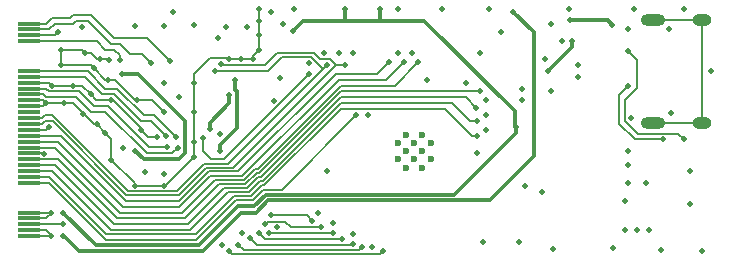
<source format=gbr>
%TF.GenerationSoftware,KiCad,Pcbnew,8.0.1*%
%TF.CreationDate,2024-04-21T19:45:24+02:00*%
%TF.ProjectId,Hypersonic_pcb,48797065-7273-46f6-9e69-635f7063622e,rev?*%
%TF.SameCoordinates,Original*%
%TF.FileFunction,Copper,L4,Bot*%
%TF.FilePolarity,Positive*%
%FSLAX46Y46*%
G04 Gerber Fmt 4.6, Leading zero omitted, Abs format (unit mm)*
G04 Created by KiCad (PCBNEW 8.0.1) date 2024-04-21 19:45:24*
%MOMM*%
%LPD*%
G01*
G04 APERTURE LIST*
%TA.AperFunction,HeatsinkPad*%
%ADD10C,0.600000*%
%TD*%
%TA.AperFunction,ComponentPad*%
%ADD11O,2.100000X1.000000*%
%TD*%
%TA.AperFunction,ComponentPad*%
%ADD12O,1.600000X1.000000*%
%TD*%
%TA.AperFunction,SMDPad,CuDef*%
%ADD13R,1.950000X0.350000*%
%TD*%
%TA.AperFunction,ViaPad*%
%ADD14C,0.500000*%
%TD*%
%TA.AperFunction,Conductor*%
%ADD15C,0.150000*%
%TD*%
%TA.AperFunction,Conductor*%
%ADD16C,0.300000*%
%TD*%
G04 APERTURE END LIST*
D10*
%TO.P,U1,41,GND*%
%TO.N,GND*%
X125545606Y-94500000D03*
X125545606Y-93100000D03*
X124845606Y-95200000D03*
X124845606Y-93800000D03*
X124845606Y-92400000D03*
X124145606Y-94500000D03*
X124145606Y-93100000D03*
X123445606Y-95200000D03*
X123445606Y-93800000D03*
X123445606Y-92400000D03*
X122745606Y-94500000D03*
X122745606Y-93100000D03*
%TD*%
D11*
%TO.P,J1,S1,SHIELD*%
%TO.N,Net-(J1-SHIELD)*%
X144370000Y-91380000D03*
D12*
X148550000Y-91380000D03*
D11*
X144370000Y-82740000D03*
D12*
X148550000Y-82740000D03*
%TD*%
D13*
%TO.P,J2,2,GND*%
%TO.N,GND*%
X91525000Y-101000000D03*
%TO.P,J2,4,GND*%
X91525000Y-100500000D03*
%TO.P,J2,6,GND*%
X91525000Y-100000000D03*
%TO.P,J2,8,GND*%
X91525000Y-99500000D03*
%TO.P,J2,10,GND*%
X91525000Y-99000000D03*
%TO.P,J2,20,GPIOD0*%
%TO.N,/IO14*%
X91525000Y-96500000D03*
%TO.P,J2,22,GPIOD1*%
%TO.N,/IO15*%
X91525000Y-96000000D03*
%TO.P,J2,24,GPIOD2*%
%TO.N,/IO16*%
X91525000Y-95500000D03*
%TO.P,J2,26,GPIOD3*%
%TO.N,/IO17*%
X91525000Y-95000000D03*
%TO.P,J2,28,GPIOD4*%
%TO.N,/IO18*%
X91525000Y-94500000D03*
%TO.P,J2,30,GND*%
%TO.N,GND*%
X91525000Y-94000000D03*
%TO.P,J2,32,SPI_MOSI*%
%TO.N,/SPI_MOSI*%
X91525000Y-93500000D03*
%TO.P,J2,34,SPI_CLK*%
%TO.N,/SPI_CLK*%
X91525000Y-93000000D03*
%TO.P,J2,36,SPI_MISO*%
%TO.N,/SPI_MISO*%
X91525000Y-92500000D03*
%TO.P,J2,38,GND*%
%TO.N,GND*%
X91525000Y-92000000D03*
%TO.P,J2,40,I2C_SDA*%
%TO.N,/I2C_SDA*%
X91525000Y-91500000D03*
%TO.P,J2,42,I2C_SCL*%
%TO.N,/I2C_SCL*%
X91525000Y-91000000D03*
%TO.P,J2,44,NC*%
%TO.N,unconnected-(J2-NC-Pad44)*%
X91525000Y-90500000D03*
%TO.P,J2,46,GND*%
%TO.N,GND*%
X91525000Y-90000000D03*
%TO.P,J2,48,GND*%
X91525000Y-89500000D03*
%TO.P,J2,50,A_OUT_R-*%
%TO.N,/RIGHT_LO-*%
X91525000Y-89000000D03*
%TO.P,J2,52,A_OUT_R+*%
%TO.N,/RIGHT_LO+*%
X91525000Y-88500000D03*
%TO.P,J2,54,GND*%
%TO.N,GND*%
X91525000Y-88000000D03*
%TO.P,J2,56,A_OUT_L+*%
%TO.N,/LEFT_LO+*%
X91525000Y-87500000D03*
%TO.P,J2,58,A_OUT_L-*%
%TO.N,/LEFT_LO-*%
X91525000Y-87000000D03*
%TO.P,J2,68,A_IN2_R*%
%TO.N,/MIC2R*%
X91525000Y-84500000D03*
%TO.P,J2,70,GND*%
%TO.N,GND*%
X91525000Y-84000000D03*
%TO.P,J2,72,MICBIAS*%
%TO.N,/MICBIAS*%
X91525000Y-83500000D03*
%TO.P,J2,74,A_IN2_L*%
%TO.N,/MIC2L*%
X91525000Y-83000000D03*
%TD*%
D14*
%TO.N,/VBUS*%
X137298800Y-82720664D03*
X140918749Y-83081251D03*
%TO.N,GND*%
X110500000Y-86000000D03*
X94434431Y-100001735D03*
X145900000Y-90600000D03*
X142250000Y-83500000D03*
X105500000Y-93012500D03*
X141000000Y-102000000D03*
X102362500Y-92564479D03*
X94500000Y-89750000D03*
X143000000Y-100500000D03*
X96000000Y-83299999D03*
X112745604Y-87604681D03*
X142250000Y-93750000D03*
X130250000Y-92000000D03*
X94250000Y-85250000D03*
X135875000Y-102125000D03*
X93000000Y-89750000D03*
X96750000Y-89000000D03*
X110000000Y-83250000D03*
X129500000Y-94000000D03*
X142000000Y-98000000D03*
X147500000Y-95500000D03*
X129750000Y-85500000D03*
X143750000Y-96500000D03*
X103000000Y-96725000D03*
X99500000Y-93500000D03*
X111000000Y-81750000D03*
X108493750Y-86006250D03*
X130250000Y-89500000D03*
X128500000Y-88000000D03*
X133000000Y-101500000D03*
X98340765Y-86108937D03*
X122750000Y-85500000D03*
X107664124Y-92348376D03*
X100662902Y-89459458D03*
X112000000Y-82000000D03*
X133250000Y-88500000D03*
X135750000Y-83000000D03*
X118975013Y-100800036D03*
X94000000Y-83750000D03*
X109604394Y-100700000D03*
X138000000Y-86500000D03*
X111000000Y-82750000D03*
X97000000Y-86750000D03*
X95250000Y-88250000D03*
X100500000Y-96725000D03*
X115243185Y-86329635D03*
X93250000Y-91750000D03*
X138000000Y-87500000D03*
X98250000Y-87750000D03*
X103000000Y-88012500D03*
X122750000Y-81750000D03*
X98000000Y-92250000D03*
X111000000Y-85250000D03*
X98500000Y-94512500D03*
X125250000Y-87750000D03*
X105500000Y-90512500D03*
X93434431Y-101001735D03*
X116000000Y-99000000D03*
X147500000Y-98250000D03*
X93434431Y-99001735D03*
X114000000Y-81750000D03*
X148500000Y-102250000D03*
X142750000Y-81750000D03*
X100500000Y-83225000D03*
X145750000Y-83500000D03*
X111000000Y-84000000D03*
X120250000Y-90750000D03*
X117303165Y-99895966D03*
X130000000Y-101500000D03*
X97500000Y-86000000D03*
X107500000Y-84250000D03*
X112289124Y-89539124D03*
X136615979Y-84456840D03*
X149250000Y-87000000D03*
X92763689Y-94024218D03*
X135000000Y-97250000D03*
X94250000Y-86500000D03*
X142250000Y-96500000D03*
X97250000Y-91500000D03*
X98500000Y-89460508D03*
X103000000Y-90512500D03*
X104200000Y-89212500D03*
X119000000Y-85500000D03*
X96125000Y-90625000D03*
X142250000Y-95000000D03*
X93500000Y-88250000D03*
X105500000Y-88012500D03*
X117750000Y-85500000D03*
X101339637Y-95563196D03*
X137250000Y-81750000D03*
X113000000Y-83000000D03*
X142500000Y-91000000D03*
X131500000Y-83750000D03*
X124000000Y-85500000D03*
X105500000Y-94262500D03*
X142000000Y-100500000D03*
X147000000Y-81750000D03*
X103000000Y-95750000D03*
X108250000Y-83250000D03*
X133500000Y-96750000D03*
X112500000Y-100250000D03*
X126500000Y-81750000D03*
X101000000Y-92000000D03*
X116500000Y-85500000D03*
X144000000Y-100500000D03*
X96250000Y-85500000D03*
X116750000Y-95500000D03*
X135750000Y-88750000D03*
X107843264Y-101761357D03*
X130250000Y-90750000D03*
X109500000Y-86000000D03*
X103750000Y-82000000D03*
X133250000Y-89500000D03*
X135250000Y-86000000D03*
X103000000Y-83225000D03*
X120579177Y-101914588D03*
X130500000Y-81750000D03*
X105500000Y-83112499D03*
X145000000Y-102135002D03*
%TO.N,Net-(J1-CC1)*%
X142250000Y-88310000D03*
X145250000Y-92810000D03*
%TO.N,Net-(J1-CC2)*%
X142250000Y-85310000D03*
X147000000Y-92810000D03*
%TO.N,+3V3*%
X132750000Y-91750000D03*
X121250000Y-81750000D03*
X94434431Y-99001735D03*
X107738459Y-93814740D03*
X113875000Y-83625000D03*
X109000000Y-87750000D03*
X118250000Y-81750000D03*
%TO.N,+1V8*%
X106869059Y-91893441D03*
X108500000Y-89012500D03*
%TO.N,/RIGHT_LO+*%
X103205952Y-93422899D03*
%TO.N,/LEFT_LO+*%
X103163550Y-92535487D03*
%TO.N,/LEFT_LO-*%
X103975000Y-92612500D03*
%TO.N,/MICBIAS*%
X101837500Y-86350000D03*
%TO.N,/RIGHT_LO-*%
X104111536Y-93565248D03*
%TO.N,/I2C_SDA*%
X118250000Y-86500000D03*
X107779529Y-86397781D03*
%TO.N,/I2C_SCL*%
X107250000Y-87000000D03*
X116750000Y-86500000D03*
%TO.N,/CODEC_EN*%
X106300000Y-92712500D03*
X115250000Y-87250000D03*
%TO.N,A3V0*%
X100497518Y-93752482D03*
X99389585Y-87286264D03*
%TO.N,VIN*%
X132500000Y-82000000D03*
X94434431Y-101001735D03*
%TO.N,/SPI_MOSI*%
X124500000Y-86250000D03*
%TO.N,/SPI_CLK*%
X123250000Y-86250000D03*
%TO.N,/SPI_MISO*%
X122000000Y-86250000D03*
%TO.N,/IO5*%
X109250000Y-101750000D03*
X119750000Y-101925000D03*
%TO.N,/VBUS_OUT*%
X137500000Y-84500000D03*
X135500000Y-87000000D03*
%TO.N,/IO6*%
X110250000Y-101175000D03*
X119000000Y-101625000D03*
%TO.N,/IO7*%
X118000000Y-101250000D03*
X111000000Y-100750000D03*
%TO.N,/IO9*%
X116250000Y-100250000D03*
X111546752Y-99953248D03*
%TO.N,/IO8*%
X117250000Y-100750000D03*
X111842738Y-100747728D03*
%TO.N,/IO10*%
X115500000Y-99675000D03*
X112035249Y-99250000D03*
%TO.N,/IO18*%
X129750000Y-88750000D03*
%TO.N,/IO17*%
X129375000Y-90125000D03*
%TO.N,/IO16*%
X129500000Y-91250000D03*
%TO.N,/IO14*%
X119250000Y-90750000D03*
%TO.N,/IO15*%
X129500000Y-92500000D03*
%TO.N,/IO4*%
X108500000Y-102250000D03*
X121500000Y-102249994D03*
%TO.N,/MIC2L*%
X103475000Y-86177943D03*
%TO.N,/MIC2R*%
X99200000Y-86087500D03*
%TD*%
D15*
%TO.N,/IO9*%
X113680200Y-100250000D02*
X116250000Y-100250000D01*
X113205200Y-99775000D02*
X113680200Y-100250000D01*
X111725000Y-99775000D02*
X113205200Y-99775000D01*
X111546752Y-99953248D02*
X111725000Y-99775000D01*
%TO.N,/IO8*%
X111845010Y-100750000D02*
X117250000Y-100750000D01*
X111842738Y-100747728D02*
X111845010Y-100750000D01*
%TO.N,GND*%
X106838327Y-85911673D02*
X105500000Y-87250000D01*
X105500000Y-87250000D02*
X105500000Y-88012500D01*
X108399173Y-85911673D02*
X106838327Y-85911673D01*
X108493750Y-86006250D02*
X108399173Y-85911673D01*
%TO.N,/I2C_SDA*%
X116172281Y-85975000D02*
X116975000Y-85975000D01*
X116975000Y-85975000D02*
X117500000Y-86500000D01*
X112500000Y-85500000D02*
X115697281Y-85500000D01*
X107779529Y-86397781D02*
X107881748Y-86500000D01*
X111500000Y-86500000D02*
X112500000Y-85500000D01*
X115697281Y-85500000D02*
X116172281Y-85975000D01*
X107881748Y-86500000D02*
X111500000Y-86500000D01*
%TO.N,/I2C_SCL*%
X115425000Y-85800000D02*
X116437500Y-86812500D01*
X111750000Y-87000000D02*
X112950000Y-85800000D01*
X107250000Y-87000000D02*
X111750000Y-87000000D01*
X112950000Y-85800000D02*
X115425000Y-85800000D01*
%TO.N,GND*%
X98231828Y-86000000D02*
X97500000Y-86000000D01*
X98340765Y-86108937D02*
X98231828Y-86000000D01*
%TO.N,/LEFT_LO+*%
X98735508Y-88985508D02*
X97735508Y-88985508D01*
X101859375Y-91250000D02*
X101000000Y-91250000D01*
X101000000Y-91250000D02*
X98735508Y-88985508D01*
X103144862Y-92535487D02*
X101859375Y-91250000D01*
X96250000Y-87500000D02*
X91525000Y-87500000D01*
X103163550Y-92535487D02*
X103144862Y-92535487D01*
X97735508Y-88985508D02*
X96250000Y-87500000D01*
%TO.N,GND*%
X101564479Y-92564479D02*
X101000000Y-92000000D01*
X102362500Y-92564479D02*
X101564479Y-92564479D01*
X101000000Y-92000000D02*
X101000000Y-91812500D01*
X98648008Y-89460508D02*
X98500000Y-89460508D01*
X101000000Y-91812500D02*
X98648008Y-89460508D01*
%TO.N,/RIGHT_LO-*%
X92750000Y-89000000D02*
X91525000Y-89000000D01*
X95500000Y-89250000D02*
X93000000Y-89250000D01*
X93000000Y-89250000D02*
X92750000Y-89000000D01*
X98000000Y-90512500D02*
X98000000Y-90500000D01*
X104111536Y-93565248D02*
X103676784Y-94000000D01*
X96750000Y-90500000D02*
X95500000Y-89250000D01*
X103676784Y-94000000D02*
X101487500Y-94000000D01*
X101487500Y-94000000D02*
X98000000Y-90512500D01*
X98000000Y-90500000D02*
X96750000Y-90500000D01*
D16*
%TO.N,A3V0*%
X100773764Y-87286264D02*
X99389585Y-87286264D01*
X104750000Y-91262500D02*
X100773764Y-87286264D01*
X104250000Y-94500000D02*
X104750000Y-94000000D01*
X104750000Y-94000000D02*
X104750000Y-91262500D01*
X101245036Y-94500000D02*
X104250000Y-94500000D01*
X100497518Y-93752482D02*
X101245036Y-94500000D01*
D15*
%TO.N,/RIGHT_LO+*%
X93000000Y-88500000D02*
X91525000Y-88500000D01*
X95750000Y-88750000D02*
X93250000Y-88750000D01*
X93250000Y-88750000D02*
X93000000Y-88500000D01*
X97000000Y-90000000D02*
X95750000Y-88750000D01*
X101672899Y-93422899D02*
X98250000Y-90000000D01*
X98250000Y-90000000D02*
X97000000Y-90000000D01*
X103205952Y-93422899D02*
X101672899Y-93422899D01*
D16*
%TO.N,/VBUS*%
X140558162Y-82720664D02*
X137298800Y-82720664D01*
X140918749Y-83081251D02*
X140558162Y-82720664D01*
%TO.N,+3V3*%
X125000000Y-82750000D02*
X121250000Y-82750000D01*
X132650000Y-91650000D02*
X132650000Y-90400000D01*
X132650000Y-90400000D02*
X125000000Y-82750000D01*
X132750000Y-91750000D02*
X132650000Y-91650000D01*
X97182696Y-101750000D02*
X94434431Y-99001735D01*
X109250520Y-98425000D02*
X105925520Y-101750000D01*
X110608845Y-98425000D02*
X109250520Y-98425000D01*
X111558904Y-97474941D02*
X110608845Y-98425000D01*
X127525059Y-97474941D02*
X111558904Y-97474941D01*
X105925520Y-101750000D02*
X97182696Y-101750000D01*
X132750000Y-91750000D02*
X132750000Y-92250000D01*
X132750000Y-92250000D02*
X127525059Y-97474941D01*
%TO.N,/VBUS_OUT*%
X137500000Y-85000000D02*
X137500000Y-84500000D01*
X135500000Y-87000000D02*
X137500000Y-85000000D01*
%TO.N,VIN*%
X94501735Y-101001735D02*
X94434431Y-101001735D01*
X95750000Y-102250000D02*
X94501735Y-101001735D01*
X106250000Y-102250000D02*
X95750000Y-102250000D01*
X109500000Y-99000000D02*
X106250000Y-102250000D01*
X110740951Y-99000000D02*
X109500000Y-99000000D01*
X134250000Y-83750000D02*
X134250000Y-94250000D01*
X130525059Y-97974941D02*
X111766010Y-97974941D01*
X132500000Y-82000000D02*
X134250000Y-83750000D01*
X111766010Y-97974941D02*
X110740951Y-99000000D01*
X134250000Y-94250000D02*
X130525059Y-97974941D01*
D15*
%TO.N,GND*%
X92750000Y-89500000D02*
X91525000Y-89500000D01*
X101975000Y-89487500D02*
X100690944Y-89487500D01*
X93500000Y-99000000D02*
X93000000Y-99500000D01*
X91525000Y-84000000D02*
X93750000Y-84000000D01*
X95250000Y-88250000D02*
X93500000Y-88250000D01*
X93500000Y-99000000D02*
X91525000Y-99000000D01*
X111000000Y-82750000D02*
X111000000Y-81750000D01*
X92763689Y-94024218D02*
X92739471Y-94000000D01*
X96750000Y-89000000D02*
X96000000Y-88250000D01*
X105500000Y-90512500D02*
X105500000Y-88012500D01*
X100500000Y-96725000D02*
X100500000Y-96512500D01*
X92750000Y-90000000D02*
X91525000Y-90000000D01*
X96250000Y-85500000D02*
X96000000Y-85250000D01*
X111000000Y-85250000D02*
X111000000Y-84000000D01*
X110500000Y-85750000D02*
X111000000Y-85250000D01*
X93250000Y-88000000D02*
X91525000Y-88000000D01*
X96000000Y-88250000D02*
X95250000Y-88250000D01*
X98000000Y-92250000D02*
X97250000Y-91500000D01*
X97250000Y-86000000D02*
X96750000Y-85500000D01*
X100662902Y-89459458D02*
X100540542Y-89459458D01*
X93250000Y-91750000D02*
X93000000Y-92000000D01*
X100540542Y-89459458D02*
X98831084Y-87750000D01*
X93000000Y-99500000D02*
X91525000Y-99500000D01*
X103000000Y-96725000D02*
X103037500Y-96725000D01*
X105500000Y-94262500D02*
X105500000Y-93012500D01*
X92739471Y-94000000D02*
X91525000Y-94000000D01*
X93000000Y-89750000D02*
X95250000Y-89750000D01*
X93000000Y-89750000D02*
X92750000Y-89500000D01*
X96750000Y-86500000D02*
X94250000Y-86500000D01*
X98000000Y-87750000D02*
X97000000Y-86750000D01*
X98250000Y-87750000D02*
X98000000Y-87750000D01*
X101975000Y-89487500D02*
X103000000Y-90512500D01*
X100500000Y-96725000D02*
X103000000Y-96725000D01*
X100500000Y-96512500D02*
X98500000Y-94512500D01*
X111000000Y-84000000D02*
X111000000Y-82750000D01*
X110500000Y-86000000D02*
X109500000Y-86000000D01*
X94250000Y-85250000D02*
X94250000Y-86500000D01*
X93750000Y-84000000D02*
X94000000Y-83750000D01*
X93000000Y-100500000D02*
X91525000Y-100500000D01*
X93000000Y-92000000D02*
X91525000Y-92000000D01*
X95250000Y-89750000D02*
X97000000Y-91500000D01*
X98000000Y-92250000D02*
X98500000Y-92750000D01*
X103037500Y-96725000D02*
X105500000Y-94262500D01*
X96000000Y-85250000D02*
X94250000Y-85250000D01*
X93500000Y-88250000D02*
X93250000Y-88000000D01*
X93000000Y-89750000D02*
X92750000Y-90000000D01*
X97210508Y-89460508D02*
X96750000Y-89000000D01*
X98500000Y-89460508D02*
X97210508Y-89460508D01*
X97000000Y-91500000D02*
X97250000Y-91500000D01*
X100690944Y-89487500D02*
X100662902Y-89459458D01*
X105500000Y-93012500D02*
X105500000Y-90512500D01*
X91525000Y-100000000D02*
X94500000Y-100000000D01*
X96750000Y-85500000D02*
X96250000Y-85500000D01*
X93500000Y-101000000D02*
X91525000Y-101000000D01*
X98500000Y-92750000D02*
X98500000Y-94512500D01*
X97000000Y-86750000D02*
X96750000Y-86500000D01*
X93500000Y-101000000D02*
X93000000Y-100500000D01*
X108493750Y-86006250D02*
X108500000Y-86000000D01*
X108500000Y-86000000D02*
X109500000Y-86000000D01*
X97500000Y-86000000D02*
X97250000Y-86000000D01*
X110500000Y-86000000D02*
X110500000Y-85750000D01*
X98831084Y-87750000D02*
X98250000Y-87750000D01*
%TO.N,Net-(J1-SHIELD)*%
X148550000Y-82740000D02*
X148550000Y-91380000D01*
X144370000Y-82740000D02*
X148550000Y-82740000D01*
X144370000Y-91380000D02*
X148550000Y-91380000D01*
%TO.N,Net-(J1-CC1)*%
X141500000Y-89060000D02*
X142250000Y-88310000D01*
X141500000Y-91500000D02*
X141500000Y-89060000D01*
X142810000Y-92810000D02*
X141500000Y-91500000D01*
X145250000Y-92810000D02*
X142810000Y-92810000D01*
%TO.N,Net-(J1-CC2)*%
X142000000Y-91250000D02*
X142000000Y-89490876D01*
X142000000Y-89490876D02*
X143000000Y-88490876D01*
X143000000Y-88490876D02*
X143000000Y-86060000D01*
X143060000Y-92310000D02*
X142000000Y-91250000D01*
X143000000Y-86060000D02*
X142250000Y-85310000D01*
X146500000Y-92310000D02*
X143060000Y-92310000D01*
X147000000Y-92810000D02*
X146500000Y-92310000D01*
D16*
%TO.N,+3V3*%
X109000000Y-87750000D02*
X109000000Y-88593261D01*
X113875000Y-83625000D02*
X114750000Y-82750000D01*
X109150000Y-91862500D02*
X107738459Y-93274041D01*
X109150000Y-88743261D02*
X109150000Y-91862500D01*
X118250000Y-81750000D02*
X118250000Y-82750000D01*
X121250000Y-81750000D02*
X121250000Y-82750000D01*
X121250000Y-82750000D02*
X120750000Y-82750000D01*
X120750000Y-82750000D02*
X120500000Y-82750000D01*
X120000000Y-82750000D02*
X118250000Y-82750000D01*
X120500000Y-82750000D02*
X120000000Y-82750000D01*
X114750000Y-82750000D02*
X118250000Y-82750000D01*
X109000000Y-88593261D02*
X109150000Y-88743261D01*
X107738459Y-93274041D02*
X107738459Y-93814740D01*
%TO.N,+1V8*%
X108500000Y-89012500D02*
X108500000Y-89762500D01*
X108500000Y-89762500D02*
X106869059Y-91393441D01*
X106869059Y-91393441D02*
X106869059Y-91893441D01*
D15*
%TO.N,/LEFT_LO-*%
X102112500Y-90750000D02*
X103975000Y-92612500D01*
X99000000Y-88500000D02*
X101250000Y-90750000D01*
X91525000Y-87000000D02*
X96500000Y-87000000D01*
X96500000Y-87000000D02*
X98000000Y-88500000D01*
X98000000Y-88500000D02*
X99000000Y-88500000D01*
X101250000Y-90750000D02*
X102112500Y-90750000D01*
%TO.N,/MICBIAS*%
X101100000Y-85612500D02*
X100112500Y-85612500D01*
X95250000Y-83000000D02*
X93750000Y-83000000D01*
X98500000Y-84750000D02*
X96500000Y-82750000D01*
X95500000Y-82750000D02*
X95250000Y-83000000D01*
X93750000Y-83000000D02*
X93250000Y-83500000D01*
X99250000Y-84750000D02*
X98500000Y-84750000D01*
X101837500Y-86350000D02*
X101100000Y-85612500D01*
X93250000Y-83500000D02*
X91525000Y-83500000D01*
X96500000Y-82750000D02*
X95500000Y-82750000D01*
X100112500Y-85612500D02*
X99250000Y-84750000D01*
%TO.N,/I2C_SDA*%
X92875000Y-91275000D02*
X92650000Y-91500000D01*
X92650000Y-91500000D02*
X91525000Y-91500000D01*
X93525000Y-91275000D02*
X92875000Y-91275000D01*
X117500000Y-86500000D02*
X108800013Y-95199987D01*
X104250000Y-97500000D02*
X99750000Y-97500000D01*
X118250000Y-86500000D02*
X117500000Y-86500000D01*
X99750000Y-97500000D02*
X93525000Y-91275000D01*
X108800013Y-95199987D02*
X106550013Y-95199987D01*
X106550013Y-95199987D02*
X104250000Y-97500000D01*
%TO.N,/I2C_SCL*%
X93500000Y-90750000D02*
X92875000Y-90750000D01*
X92625000Y-91000000D02*
X91525000Y-91000000D01*
X99950000Y-97200000D02*
X93500000Y-90750000D01*
X116750000Y-86500000D02*
X108350013Y-94899987D01*
X104050000Y-97200000D02*
X99950000Y-97200000D01*
X108350013Y-94899987D02*
X106350013Y-94899987D01*
X92875000Y-90750000D02*
X92625000Y-91000000D01*
X106350013Y-94899987D02*
X104050000Y-97200000D01*
%TO.N,/CODEC_EN*%
X106950000Y-94450000D02*
X106300000Y-93800000D01*
X106300000Y-93800000D02*
X106300000Y-92712500D01*
X115250000Y-87250000D02*
X108050000Y-94450000D01*
X108050000Y-94450000D02*
X106950000Y-94450000D01*
%TO.N,/SPI_MOSI*%
X124500000Y-86250000D02*
X122500000Y-88250000D01*
X109707929Y-96250001D02*
X107249999Y-96250001D01*
X110657990Y-95299941D02*
X109707929Y-96250001D01*
X104500000Y-99000000D02*
X99250000Y-99000000D01*
X110881464Y-95299941D02*
X110657990Y-95299941D01*
X93750000Y-93500000D02*
X91525000Y-93500000D01*
X107249999Y-96250001D02*
X104500000Y-99000000D01*
X122500000Y-88250000D02*
X117931405Y-88250000D01*
X99250000Y-99000000D02*
X93750000Y-93500000D01*
X117931405Y-88250000D02*
X110881464Y-95299941D01*
%TO.N,/SPI_CLK*%
X123250000Y-86250000D02*
X121750000Y-87750000D01*
X121750000Y-87750000D02*
X117750000Y-87750000D01*
X108915092Y-95899995D02*
X108915088Y-95899991D01*
X106850009Y-95899991D02*
X104250000Y-98500000D01*
X94000000Y-93000000D02*
X91525000Y-93000000D01*
X108915088Y-95899991D02*
X106850009Y-95899991D01*
X117750000Y-87750000D02*
X109599998Y-95900002D01*
X99500000Y-98500000D02*
X94000000Y-93000000D01*
X109599998Y-95900002D02*
X108915092Y-95899995D01*
X104250000Y-98500000D02*
X99500000Y-98500000D01*
%TO.N,/SPI_MISO*%
X109250000Y-95500000D02*
X106750000Y-95500000D01*
X106750000Y-95500000D02*
X104250000Y-98000000D01*
X121000000Y-87250000D02*
X117500000Y-87250000D01*
X99750000Y-98000000D02*
X94250000Y-92500000D01*
X104250000Y-98000000D02*
X99750000Y-98000000D01*
X122000000Y-86250000D02*
X121000000Y-87250000D01*
X117500000Y-87250000D02*
X109250000Y-95500000D01*
X94250000Y-92500000D02*
X91525000Y-92500000D01*
%TO.N,/IO5*%
X119475000Y-102200000D02*
X119750000Y-101925000D01*
X109700000Y-102200000D02*
X119475000Y-102200000D01*
X109250000Y-101750000D02*
X109700000Y-102200000D01*
%TO.N,/IO6*%
X110250000Y-101175000D02*
X110825000Y-101750000D01*
X110825000Y-101750000D02*
X118875000Y-101750000D01*
X118875000Y-101750000D02*
X119000000Y-101625000D01*
%TO.N,/IO7*%
X111000000Y-100750000D02*
X111500000Y-101250000D01*
X111500000Y-101250000D02*
X118000000Y-101250000D01*
%TO.N,/IO10*%
X115075000Y-99250000D02*
X115500000Y-99675000D01*
X112035249Y-99250000D02*
X115075000Y-99250000D01*
%TO.N,/IO18*%
X107650000Y-96600000D02*
X104750000Y-99500000D01*
X99000000Y-99500000D02*
X94000000Y-94500000D01*
X94000000Y-94500000D02*
X91525000Y-94500000D01*
X111026444Y-95649941D02*
X110802965Y-95649941D01*
X104750000Y-99500000D02*
X99000000Y-99500000D01*
X129750000Y-88750000D02*
X117926385Y-88750000D01*
X117926385Y-88750000D02*
X111026444Y-95649941D01*
X109852905Y-96600000D02*
X107650000Y-96600000D01*
X110802965Y-95649941D02*
X109852905Y-96600000D01*
%TO.N,/IO17*%
X105000000Y-100000000D02*
X98750000Y-100000000D01*
X98750000Y-100000000D02*
X93750000Y-95000000D01*
X129375000Y-90125000D02*
X128500000Y-89250000D01*
X117921361Y-89250000D02*
X111171420Y-95999941D01*
X93750000Y-95000000D02*
X91525000Y-95000000D01*
X108077444Y-96922556D02*
X105000000Y-100000000D01*
X128500000Y-89250000D02*
X117921361Y-89250000D01*
X110025324Y-96922556D02*
X108077444Y-96922556D01*
X111171420Y-95999941D02*
X110947940Y-95999941D01*
X110947940Y-95999941D02*
X110025324Y-96922556D01*
%TO.N,/IO16*%
X108354957Y-97272556D02*
X105127513Y-100500000D01*
X127340000Y-89750000D02*
X117916339Y-89750000D01*
X111092915Y-96349941D02*
X110170299Y-97272556D01*
X110170299Y-97272556D02*
X108354957Y-97272556D01*
X93500000Y-95500000D02*
X91525000Y-95500000D01*
X105127513Y-100500000D02*
X98500000Y-100500000D01*
X111316398Y-96349941D02*
X111092915Y-96349941D01*
X128840000Y-91250000D02*
X127340000Y-89750000D01*
X129500000Y-91250000D02*
X128840000Y-91250000D01*
X117916339Y-89750000D02*
X111316398Y-96349941D01*
X98500000Y-100500000D02*
X93500000Y-95500000D01*
%TO.N,/IO14*%
X93250000Y-96500000D02*
X98075000Y-101325000D01*
X112950059Y-97049941D02*
X119250000Y-90750000D01*
X105675000Y-101325000D02*
X109027444Y-97972556D01*
X91525000Y-96500000D02*
X93250000Y-96500000D01*
X111382864Y-97049941D02*
X112950059Y-97049941D01*
X110460249Y-97972556D02*
X111382864Y-97049941D01*
X109027444Y-97972556D02*
X110460249Y-97972556D01*
X98075000Y-101325000D02*
X105675000Y-101325000D01*
%TO.N,/IO15*%
X126750000Y-90250000D02*
X117911317Y-90250000D01*
X93250000Y-96000000D02*
X91525000Y-96000000D01*
X117911317Y-90250000D02*
X111461376Y-96699941D01*
X111237890Y-96699941D02*
X110315274Y-97622556D01*
X110315274Y-97622556D02*
X108882470Y-97622556D01*
X129500000Y-92500000D02*
X129000000Y-92500000D01*
X129000000Y-92500000D02*
X126750000Y-90250000D01*
X111461376Y-96699941D02*
X111237890Y-96699941D01*
X98050000Y-100800000D02*
X93250000Y-96000000D01*
X108882470Y-97622556D02*
X105705026Y-100800000D01*
X105705026Y-100800000D02*
X98050000Y-100800000D01*
%TO.N,/IO4*%
X108500000Y-102250000D02*
X108750000Y-102500000D01*
X121249994Y-102500000D02*
X121500000Y-102249994D01*
X108750000Y-102500000D02*
X121249994Y-102500000D01*
%TO.N,/MIC2L*%
X98762500Y-84262500D02*
X101559557Y-84262500D01*
X95250000Y-82250000D02*
X96750000Y-82250000D01*
X93500000Y-82500000D02*
X95000000Y-82500000D01*
X101559557Y-84262500D02*
X103475000Y-86177943D01*
X96750000Y-82250000D02*
X98762500Y-84262500D01*
X95000000Y-82500000D02*
X95250000Y-82250000D01*
X93000000Y-83000000D02*
X93500000Y-82500000D01*
X91525000Y-83000000D02*
X93000000Y-83000000D01*
%TO.N,/MIC2R*%
X98000000Y-85250000D02*
X97250000Y-84500000D01*
X98750000Y-85250000D02*
X98000000Y-85250000D01*
X99200000Y-85700000D02*
X98750000Y-85250000D01*
X99200000Y-86087500D02*
X99200000Y-85700000D01*
X97250000Y-84500000D02*
X91525000Y-84500000D01*
%TD*%
M02*

</source>
